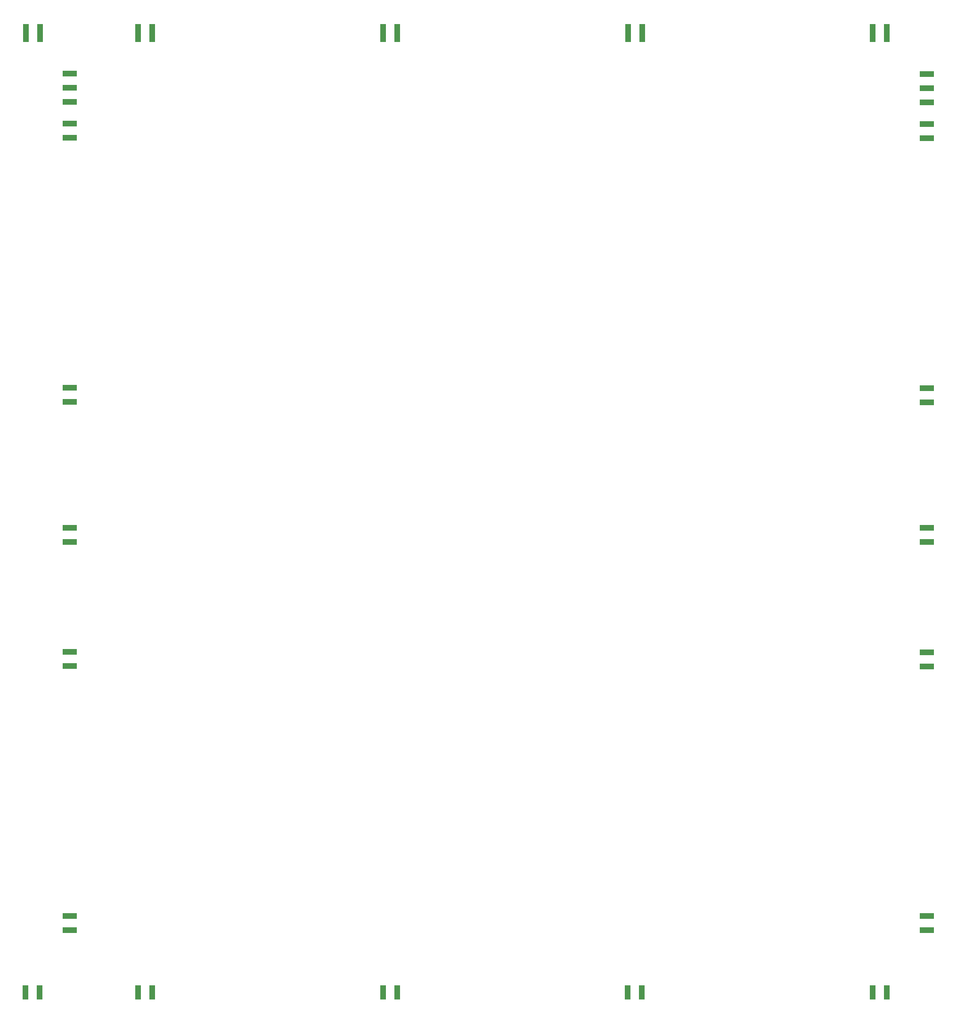
<source format=gbr>
%TF.GenerationSoftware,KiCad,Pcbnew,(6.0.7-1)-1*%
%TF.CreationDate,2022-12-02T15:51:38+01:00*%
%TF.ProjectId,8x8,3878382e-6b69-4636-9164-5f7063625858,rev?*%
%TF.SameCoordinates,Original*%
%TF.FileFunction,Paste,Bot*%
%TF.FilePolarity,Positive*%
%FSLAX46Y46*%
G04 Gerber Fmt 4.6, Leading zero omitted, Abs format (unit mm)*
G04 Created by KiCad (PCBNEW (6.0.7-1)-1) date 2022-12-02 15:51:38*
%MOMM*%
%LPD*%
G01*
G04 APERTURE LIST*
%ADD10R,1.020000X2.600000*%
%ADD11R,1.020000X3.200000*%
%ADD12R,2.600000X1.020000*%
G04 APERTURE END LIST*
D10*
%TO.C,J7*%
X86820000Y-208120000D03*
X84280000Y-208120000D03*
%TD*%
D11*
%TO.C,J5*%
X172310000Y-35910000D03*
X174850000Y-35910000D03*
%TD*%
D10*
%TO.C,J8*%
X130820000Y-208120000D03*
X128280000Y-208120000D03*
%TD*%
D12*
%TO.C,J19*%
X182030000Y-43315000D03*
X182030000Y-45855000D03*
X182030000Y-48395000D03*
%TD*%
%TO.C,J23*%
X182020000Y-124760000D03*
X182020000Y-127300000D03*
%TD*%
%TO.C,J15*%
X182020000Y-99640000D03*
X182020000Y-102180000D03*
%TD*%
D11*
%TO.C,J4*%
X128310000Y-35910000D03*
X130850000Y-35910000D03*
%TD*%
%TO.C,J21*%
X20110000Y-35910000D03*
X22650000Y-35910000D03*
%TD*%
D12*
%TO.C,J10*%
X27980000Y-54720000D03*
X27980000Y-52180000D03*
%TD*%
D11*
%TO.C,J2*%
X40310000Y-35910000D03*
X42850000Y-35910000D03*
%TD*%
D12*
%TO.C,J16*%
X182020000Y-147040000D03*
X182020000Y-149580000D03*
%TD*%
%TO.C,J11*%
X27980000Y-102120000D03*
X27980000Y-99580000D03*
%TD*%
D10*
%TO.C,J6*%
X42820000Y-208120000D03*
X40280000Y-208120000D03*
%TD*%
D12*
%TO.C,J22*%
X27980000Y-127240000D03*
X27980000Y-124700000D03*
%TD*%
%TO.C,J17*%
X182020000Y-194440000D03*
X182020000Y-196980000D03*
%TD*%
%TO.C,J18*%
X27970000Y-48315000D03*
X27970000Y-45775000D03*
X27970000Y-43235000D03*
%TD*%
D11*
%TO.C,J3*%
X84310000Y-35910000D03*
X86850000Y-35910000D03*
%TD*%
D12*
%TO.C,J12*%
X27980000Y-149520000D03*
X27980000Y-146980000D03*
%TD*%
D10*
%TO.C,J9*%
X174820000Y-208120000D03*
X172280000Y-208120000D03*
%TD*%
D12*
%TO.C,J14*%
X182020000Y-52240000D03*
X182020000Y-54780000D03*
%TD*%
%TO.C,J13*%
X27980000Y-196920000D03*
X27980000Y-194380000D03*
%TD*%
D10*
%TO.C,J20*%
X22620000Y-208110000D03*
X20080000Y-208110000D03*
%TD*%
M02*

</source>
